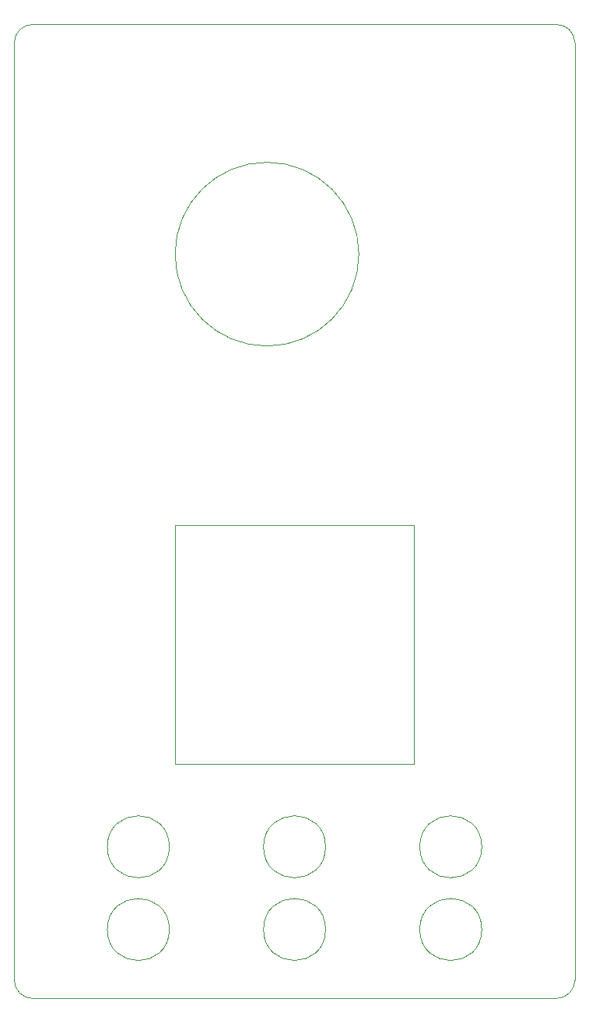
<source format=gbr>
%TF.GenerationSoftware,KiCad,Pcbnew,8.0.8*%
%TF.CreationDate,2025-04-16T18:52:08+01:00*%
%TF.ProjectId,Front_panel_Tx,46726f6e-745f-4706-916e-656c5f54782e,rev?*%
%TF.SameCoordinates,Original*%
%TF.FileFunction,Profile,NP*%
%FSLAX46Y46*%
G04 Gerber Fmt 4.6, Leading zero omitted, Abs format (unit mm)*
G04 Created by KiCad (PCBNEW 8.0.8) date 2025-04-16 18:52:08*
%MOMM*%
%LPD*%
G01*
G04 APERTURE LIST*
%TA.AperFunction,Profile*%
%ADD10C,0.050000*%
%TD*%
G04 APERTURE END LIST*
D10*
X150875000Y-133500000D02*
G75*
G02*
X144125000Y-133500000I-3375000J0D01*
G01*
X144125000Y-133500000D02*
G75*
G02*
X150875000Y-133500000I3375000J0D01*
G01*
X100000000Y-148000000D02*
X100000000Y-46000000D01*
X100000000Y-46000000D02*
G75*
G02*
X102000000Y-44000000I2000000J0D01*
G01*
X117500000Y-124500000D02*
X143500000Y-124500000D01*
X161000000Y-46000000D02*
X161000000Y-148000000D01*
X159000000Y-150000000D02*
X102000000Y-150000000D01*
X133875000Y-142500000D02*
G75*
G02*
X127125000Y-142500000I-3375000J0D01*
G01*
X127125000Y-142500000D02*
G75*
G02*
X133875000Y-142500000I3375000J0D01*
G01*
X150875000Y-142500000D02*
G75*
G02*
X144125000Y-142500000I-3375000J0D01*
G01*
X144125000Y-142500000D02*
G75*
G02*
X150875000Y-142500000I3375000J0D01*
G01*
X143500000Y-124500000D02*
X143500000Y-98500000D01*
X161000000Y-148000000D02*
G75*
G02*
X159000000Y-150000000I-2000000J0D01*
G01*
X159000000Y-44000000D02*
G75*
G02*
X161000000Y-46000000I0J-2000000D01*
G01*
X102000000Y-150000000D02*
G75*
G02*
X100000000Y-148000000I0J2000000D01*
G01*
X116875000Y-133500000D02*
G75*
G02*
X110125000Y-133500000I-3375000J0D01*
G01*
X110125000Y-133500000D02*
G75*
G02*
X116875000Y-133500000I3375000J0D01*
G01*
X133875000Y-133500000D02*
G75*
G02*
X127125000Y-133500000I-3375000J0D01*
G01*
X127125000Y-133500000D02*
G75*
G02*
X133875000Y-133500000I3375000J0D01*
G01*
X102000000Y-44000000D02*
X159000000Y-44000000D01*
X143500000Y-98500000D02*
X117500000Y-98500000D01*
X117500000Y-98500000D02*
X117500000Y-124500000D01*
X116875000Y-142500000D02*
G75*
G02*
X110125000Y-142500000I-3375000J0D01*
G01*
X110125000Y-142500000D02*
G75*
G02*
X116875000Y-142500000I3375000J0D01*
G01*
X137500000Y-69000000D02*
G75*
G02*
X117500000Y-69000000I-10000000J0D01*
G01*
X117500000Y-69000000D02*
G75*
G02*
X137500000Y-69000000I10000000J0D01*
G01*
M02*

</source>
